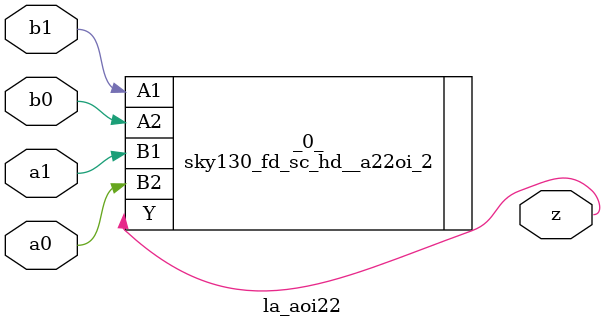
<source format=v>

module la_aoi22(a0, a1, b0, b1, z);
  input a0;
  input a1;
  input b0;
  input b1;
  output z;
  sky130_fd_sc_hd__a22oi_2 _0_ (
    .A1(b1),
    .A2(b0),
    .B1(a1),
    .B2(a0),
    .Y(z)
  );
endmodule

</source>
